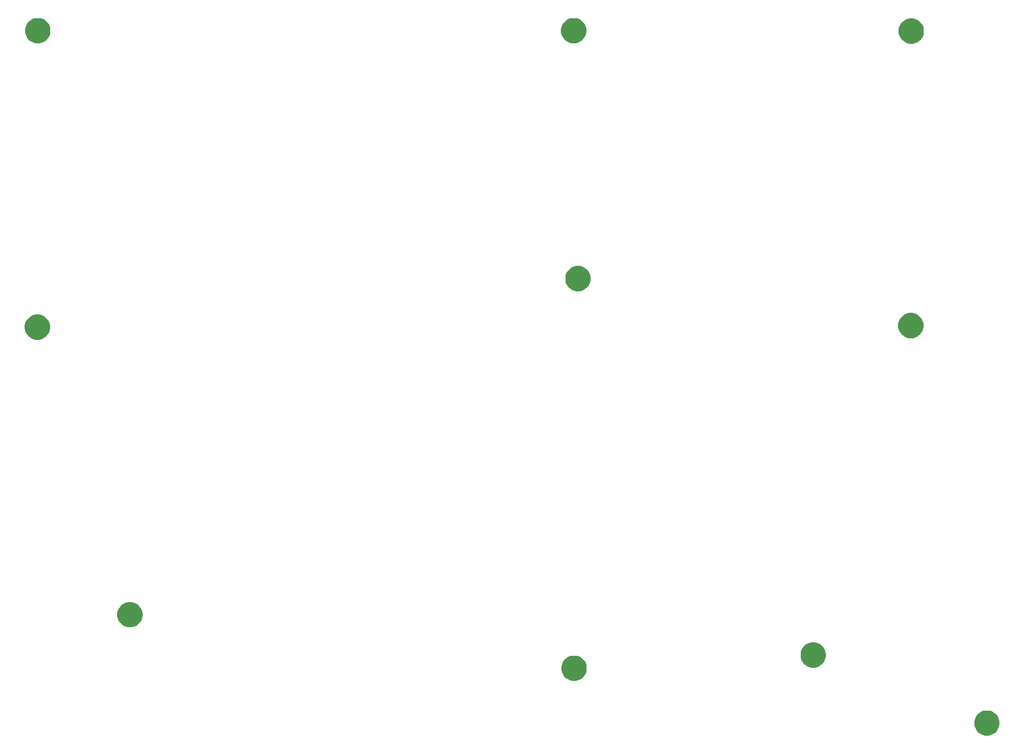
<source format=gbr>
G04 #@! TF.GenerationSoftware,KiCad,Pcbnew,(5.0.2)-1*
G04 #@! TF.CreationDate,2020-01-03T19:40:23+05:30*
G04 #@! TF.ProjectId,ergocape,6572676f-6361-4706-952e-6b696361645f,rev?*
G04 #@! TF.SameCoordinates,Original*
G04 #@! TF.FileFunction,Soldermask,Bot*
G04 #@! TF.FilePolarity,Negative*
%FSLAX46Y46*%
G04 Gerber Fmt 4.6, Leading zero omitted, Abs format (unit mm)*
G04 Created by KiCad (PCBNEW (5.0.2)-1) date 1/3/2020 7:40:23 PM*
%MOMM*%
%LPD*%
G01*
G04 APERTURE LIST*
%ADD10C,0.100000*%
G04 APERTURE END LIST*
D10*
G36*
X180049252Y-130742818D02*
X180049254Y-130742819D01*
X180049255Y-130742819D01*
X180422513Y-130897427D01*
X180422514Y-130897428D01*
X180758439Y-131121886D01*
X181044114Y-131407561D01*
X181044116Y-131407564D01*
X181268573Y-131743487D01*
X181423181Y-132116745D01*
X181502000Y-132512994D01*
X181502000Y-132917006D01*
X181423181Y-133313255D01*
X181268573Y-133686513D01*
X181268572Y-133686514D01*
X181044114Y-134022439D01*
X180758439Y-134308114D01*
X180758436Y-134308116D01*
X180422513Y-134532573D01*
X180049255Y-134687181D01*
X180049254Y-134687181D01*
X180049252Y-134687182D01*
X179653007Y-134766000D01*
X179248993Y-134766000D01*
X178852748Y-134687182D01*
X178852746Y-134687181D01*
X178852745Y-134687181D01*
X178479487Y-134532573D01*
X178143564Y-134308116D01*
X178143561Y-134308114D01*
X177857886Y-134022439D01*
X177633428Y-133686514D01*
X177633427Y-133686513D01*
X177478819Y-133313255D01*
X177400000Y-132917006D01*
X177400000Y-132512994D01*
X177478819Y-132116745D01*
X177633427Y-131743487D01*
X177857884Y-131407564D01*
X177857886Y-131407561D01*
X178143561Y-131121886D01*
X178479486Y-130897428D01*
X178479487Y-130897427D01*
X178852745Y-130742819D01*
X178852746Y-130742819D01*
X178852748Y-130742818D01*
X179248993Y-130664000D01*
X179653007Y-130664000D01*
X180049252Y-130742818D01*
X180049252Y-130742818D01*
G37*
G36*
X113183752Y-121852818D02*
X113183754Y-121852819D01*
X113183755Y-121852819D01*
X113557013Y-122007427D01*
X113557014Y-122007428D01*
X113892939Y-122231886D01*
X114178614Y-122517561D01*
X114178616Y-122517564D01*
X114403073Y-122853487D01*
X114557681Y-123226745D01*
X114557682Y-123226748D01*
X114636500Y-123622993D01*
X114636500Y-124027006D01*
X114557681Y-124423255D01*
X114403073Y-124796513D01*
X114403072Y-124796514D01*
X114178614Y-125132439D01*
X113892939Y-125418114D01*
X113892936Y-125418116D01*
X113557013Y-125642573D01*
X113183755Y-125797181D01*
X113183754Y-125797181D01*
X113183752Y-125797182D01*
X112787507Y-125876000D01*
X112383493Y-125876000D01*
X111987248Y-125797182D01*
X111987246Y-125797181D01*
X111987245Y-125797181D01*
X111613987Y-125642573D01*
X111278064Y-125418116D01*
X111278061Y-125418114D01*
X110992386Y-125132439D01*
X110767928Y-124796514D01*
X110767927Y-124796513D01*
X110613319Y-124423255D01*
X110534500Y-124027006D01*
X110534500Y-123622993D01*
X110613318Y-123226748D01*
X110613319Y-123226745D01*
X110767927Y-122853487D01*
X110992384Y-122517564D01*
X110992386Y-122517561D01*
X111278061Y-122231886D01*
X111613986Y-122007428D01*
X111613987Y-122007427D01*
X111987245Y-121852819D01*
X111987246Y-121852819D01*
X111987248Y-121852818D01*
X112383493Y-121774000D01*
X112787507Y-121774000D01*
X113183752Y-121852818D01*
X113183752Y-121852818D01*
G37*
G36*
X151918752Y-119693818D02*
X151918754Y-119693819D01*
X151918755Y-119693819D01*
X152292013Y-119848427D01*
X152292014Y-119848428D01*
X152627939Y-120072886D01*
X152913614Y-120358561D01*
X152913616Y-120358564D01*
X153138073Y-120694487D01*
X153292681Y-121067745D01*
X153292682Y-121067748D01*
X153371500Y-121463993D01*
X153371500Y-121868007D01*
X153343768Y-122007427D01*
X153292681Y-122264255D01*
X153138073Y-122637513D01*
X152916643Y-122968905D01*
X152913614Y-122973439D01*
X152627939Y-123259114D01*
X152627936Y-123259116D01*
X152292013Y-123483573D01*
X151918755Y-123638181D01*
X151918754Y-123638181D01*
X151918752Y-123638182D01*
X151522507Y-123717000D01*
X151118493Y-123717000D01*
X150722248Y-123638182D01*
X150722246Y-123638181D01*
X150722245Y-123638181D01*
X150348987Y-123483573D01*
X150013064Y-123259116D01*
X150013061Y-123259114D01*
X149727386Y-122973439D01*
X149724357Y-122968905D01*
X149502927Y-122637513D01*
X149348319Y-122264255D01*
X149297233Y-122007427D01*
X149269500Y-121868007D01*
X149269500Y-121463993D01*
X149348318Y-121067748D01*
X149348319Y-121067745D01*
X149502927Y-120694487D01*
X149727384Y-120358564D01*
X149727386Y-120358561D01*
X150013061Y-120072886D01*
X150348986Y-119848428D01*
X150348987Y-119848427D01*
X150722245Y-119693819D01*
X150722246Y-119693819D01*
X150722248Y-119693818D01*
X151118493Y-119615000D01*
X151522507Y-119615000D01*
X151918752Y-119693818D01*
X151918752Y-119693818D01*
G37*
G36*
X41238252Y-113153318D02*
X41238254Y-113153319D01*
X41238255Y-113153319D01*
X41611513Y-113307927D01*
X41611514Y-113307928D01*
X41947439Y-113532386D01*
X42233114Y-113818061D01*
X42233116Y-113818064D01*
X42457573Y-114153987D01*
X42612181Y-114527245D01*
X42691000Y-114923494D01*
X42691000Y-115327506D01*
X42612181Y-115723755D01*
X42457573Y-116097013D01*
X42457572Y-116097014D01*
X42233114Y-116432939D01*
X41947439Y-116718614D01*
X41947436Y-116718616D01*
X41611513Y-116943073D01*
X41238255Y-117097681D01*
X41238254Y-117097681D01*
X41238252Y-117097682D01*
X40842007Y-117176500D01*
X40437993Y-117176500D01*
X40041748Y-117097682D01*
X40041746Y-117097681D01*
X40041745Y-117097681D01*
X39668487Y-116943073D01*
X39332564Y-116718616D01*
X39332561Y-116718614D01*
X39046886Y-116432939D01*
X38822428Y-116097014D01*
X38822427Y-116097013D01*
X38667819Y-115723755D01*
X38589000Y-115327506D01*
X38589000Y-114923494D01*
X38667819Y-114527245D01*
X38822427Y-114153987D01*
X39046884Y-113818064D01*
X39046886Y-113818061D01*
X39332561Y-113532386D01*
X39668486Y-113307928D01*
X39668487Y-113307927D01*
X40041745Y-113153319D01*
X40041746Y-113153319D01*
X40041748Y-113153318D01*
X40437993Y-113074500D01*
X40842007Y-113074500D01*
X41238252Y-113153318D01*
X41238252Y-113153318D01*
G37*
G36*
X26252252Y-66544318D02*
X26252254Y-66544319D01*
X26252255Y-66544319D01*
X26625513Y-66698927D01*
X26625514Y-66698928D01*
X26961439Y-66923386D01*
X27247114Y-67209061D01*
X27247116Y-67209064D01*
X27471573Y-67544987D01*
X27520971Y-67664245D01*
X27626182Y-67918248D01*
X27705000Y-68314493D01*
X27705000Y-68718507D01*
X27676706Y-68860752D01*
X27626181Y-69114755D01*
X27471573Y-69488013D01*
X27250143Y-69819405D01*
X27247114Y-69823939D01*
X26961439Y-70109614D01*
X26961436Y-70109616D01*
X26625513Y-70334073D01*
X26252255Y-70488681D01*
X26252254Y-70488681D01*
X26252252Y-70488682D01*
X25856007Y-70567500D01*
X25451993Y-70567500D01*
X25055748Y-70488682D01*
X25055746Y-70488681D01*
X25055745Y-70488681D01*
X24682487Y-70334073D01*
X24346564Y-70109616D01*
X24346561Y-70109614D01*
X24060886Y-69823939D01*
X24057857Y-69819405D01*
X23836427Y-69488013D01*
X23681819Y-69114755D01*
X23631295Y-68860752D01*
X23603000Y-68718507D01*
X23603000Y-68314493D01*
X23681818Y-67918248D01*
X23787029Y-67664245D01*
X23836427Y-67544987D01*
X24060884Y-67209064D01*
X24060886Y-67209061D01*
X24346561Y-66923386D01*
X24682486Y-66698928D01*
X24682487Y-66698927D01*
X25055745Y-66544319D01*
X25055746Y-66544319D01*
X25055748Y-66544318D01*
X25451993Y-66465500D01*
X25856007Y-66465500D01*
X26252252Y-66544318D01*
X26252252Y-66544318D01*
G37*
G36*
X167730252Y-66290318D02*
X167730254Y-66290319D01*
X167730255Y-66290319D01*
X168103513Y-66444927D01*
X168252262Y-66544318D01*
X168439439Y-66669386D01*
X168725114Y-66955061D01*
X168725116Y-66955064D01*
X168949573Y-67290987D01*
X169054782Y-67544986D01*
X169104182Y-67664248D01*
X169183000Y-68060493D01*
X169183000Y-68464506D01*
X169104181Y-68860755D01*
X168949573Y-69234013D01*
X168949572Y-69234014D01*
X168725114Y-69569939D01*
X168439439Y-69855614D01*
X168439436Y-69855616D01*
X168103513Y-70080073D01*
X167730255Y-70234681D01*
X167730254Y-70234681D01*
X167730252Y-70234682D01*
X167334007Y-70313500D01*
X166929993Y-70313500D01*
X166533748Y-70234682D01*
X166533746Y-70234681D01*
X166533745Y-70234681D01*
X166160487Y-70080073D01*
X165824564Y-69855616D01*
X165824561Y-69855614D01*
X165538886Y-69569939D01*
X165314428Y-69234014D01*
X165314427Y-69234013D01*
X165159819Y-68860755D01*
X165081000Y-68464506D01*
X165081000Y-68060493D01*
X165159818Y-67664248D01*
X165209218Y-67544986D01*
X165314427Y-67290987D01*
X165538884Y-66955064D01*
X165538886Y-66955061D01*
X165824561Y-66669386D01*
X166011738Y-66544318D01*
X166160487Y-66444927D01*
X166533745Y-66290319D01*
X166533746Y-66290319D01*
X166533748Y-66290318D01*
X166929993Y-66211500D01*
X167334007Y-66211500D01*
X167730252Y-66290318D01*
X167730252Y-66290318D01*
G37*
G36*
X113818752Y-58670318D02*
X113818754Y-58670319D01*
X113818755Y-58670319D01*
X114192013Y-58824927D01*
X114192014Y-58824928D01*
X114527939Y-59049386D01*
X114813614Y-59335061D01*
X114813616Y-59335064D01*
X115038073Y-59670987D01*
X115192681Y-60044245D01*
X115271500Y-60440494D01*
X115271500Y-60844506D01*
X115192681Y-61240755D01*
X115038073Y-61614013D01*
X115038072Y-61614014D01*
X114813614Y-61949939D01*
X114527939Y-62235614D01*
X114527936Y-62235616D01*
X114192013Y-62460073D01*
X113818755Y-62614681D01*
X113818754Y-62614681D01*
X113818752Y-62614682D01*
X113422507Y-62693500D01*
X113018493Y-62693500D01*
X112622248Y-62614682D01*
X112622246Y-62614681D01*
X112622245Y-62614681D01*
X112248987Y-62460073D01*
X111913064Y-62235616D01*
X111913061Y-62235614D01*
X111627386Y-61949939D01*
X111402928Y-61614014D01*
X111402927Y-61614013D01*
X111248319Y-61240755D01*
X111169500Y-60844506D01*
X111169500Y-60440494D01*
X111248319Y-60044245D01*
X111402927Y-59670987D01*
X111627384Y-59335064D01*
X111627386Y-59335061D01*
X111913061Y-59049386D01*
X112248986Y-58824928D01*
X112248987Y-58824927D01*
X112622245Y-58670319D01*
X112622246Y-58670319D01*
X112622248Y-58670318D01*
X113018493Y-58591500D01*
X113422507Y-58591500D01*
X113818752Y-58670318D01*
X113818752Y-58670318D01*
G37*
G36*
X167793752Y-18538318D02*
X167793754Y-18538319D01*
X167793755Y-18538319D01*
X168167013Y-18692927D01*
X168167014Y-18692928D01*
X168502939Y-18917386D01*
X168788614Y-19203061D01*
X168788616Y-19203064D01*
X169013073Y-19538987D01*
X169167681Y-19912245D01*
X169246500Y-20308494D01*
X169246500Y-20712506D01*
X169167681Y-21108755D01*
X169013073Y-21482013D01*
X169013072Y-21482014D01*
X168788614Y-21817939D01*
X168502939Y-22103614D01*
X168502936Y-22103616D01*
X168167013Y-22328073D01*
X167793755Y-22482681D01*
X167793754Y-22482681D01*
X167793752Y-22482682D01*
X167397507Y-22561500D01*
X166993493Y-22561500D01*
X166597248Y-22482682D01*
X166597246Y-22482681D01*
X166597245Y-22482681D01*
X166223987Y-22328073D01*
X165888064Y-22103616D01*
X165888061Y-22103614D01*
X165602386Y-21817939D01*
X165377928Y-21482014D01*
X165377927Y-21482013D01*
X165223319Y-21108755D01*
X165144500Y-20712506D01*
X165144500Y-20308494D01*
X165223319Y-19912245D01*
X165377927Y-19538987D01*
X165602384Y-19203064D01*
X165602386Y-19203061D01*
X165888061Y-18917386D01*
X166223986Y-18692928D01*
X166223987Y-18692927D01*
X166597245Y-18538319D01*
X166597246Y-18538319D01*
X166597248Y-18538318D01*
X166993493Y-18459500D01*
X167397507Y-18459500D01*
X167793752Y-18538318D01*
X167793752Y-18538318D01*
G37*
G36*
X113120252Y-18474818D02*
X113120254Y-18474819D01*
X113120255Y-18474819D01*
X113493513Y-18629427D01*
X113824905Y-18850857D01*
X113829439Y-18853886D01*
X114115114Y-19139561D01*
X114115116Y-19139564D01*
X114339573Y-19475487D01*
X114494181Y-19848745D01*
X114573000Y-20244994D01*
X114573000Y-20649006D01*
X114494181Y-21045255D01*
X114339573Y-21418513D01*
X114297143Y-21482014D01*
X114115114Y-21754439D01*
X113829439Y-22040114D01*
X113829436Y-22040116D01*
X113493513Y-22264573D01*
X113120255Y-22419181D01*
X113120254Y-22419181D01*
X113120252Y-22419182D01*
X112724007Y-22498000D01*
X112319993Y-22498000D01*
X111923748Y-22419182D01*
X111923746Y-22419181D01*
X111923745Y-22419181D01*
X111550487Y-22264573D01*
X111214564Y-22040116D01*
X111214561Y-22040114D01*
X110928886Y-21754439D01*
X110746857Y-21482014D01*
X110704427Y-21418513D01*
X110549819Y-21045255D01*
X110471000Y-20649006D01*
X110471000Y-20244994D01*
X110549819Y-19848745D01*
X110704427Y-19475487D01*
X110928884Y-19139564D01*
X110928886Y-19139561D01*
X111214561Y-18853886D01*
X111219095Y-18850857D01*
X111550487Y-18629427D01*
X111923745Y-18474819D01*
X111923746Y-18474819D01*
X111923748Y-18474818D01*
X112319993Y-18396000D01*
X112724007Y-18396000D01*
X113120252Y-18474818D01*
X113120252Y-18474818D01*
G37*
G36*
X26315752Y-18474818D02*
X26315754Y-18474819D01*
X26315755Y-18474819D01*
X26689013Y-18629427D01*
X27020405Y-18850857D01*
X27024939Y-18853886D01*
X27310614Y-19139561D01*
X27310616Y-19139564D01*
X27535073Y-19475487D01*
X27689681Y-19848745D01*
X27768500Y-20244994D01*
X27768500Y-20649006D01*
X27689681Y-21045255D01*
X27535073Y-21418513D01*
X27492643Y-21482014D01*
X27310614Y-21754439D01*
X27024939Y-22040114D01*
X27024936Y-22040116D01*
X26689013Y-22264573D01*
X26315755Y-22419181D01*
X26315754Y-22419181D01*
X26315752Y-22419182D01*
X25919507Y-22498000D01*
X25515493Y-22498000D01*
X25119248Y-22419182D01*
X25119246Y-22419181D01*
X25119245Y-22419181D01*
X24745987Y-22264573D01*
X24410064Y-22040116D01*
X24410061Y-22040114D01*
X24124386Y-21754439D01*
X23942357Y-21482014D01*
X23899927Y-21418513D01*
X23745319Y-21045255D01*
X23666500Y-20649006D01*
X23666500Y-20244994D01*
X23745319Y-19848745D01*
X23899927Y-19475487D01*
X24124384Y-19139564D01*
X24124386Y-19139561D01*
X24410061Y-18853886D01*
X24414595Y-18850857D01*
X24745987Y-18629427D01*
X25119245Y-18474819D01*
X25119246Y-18474819D01*
X25119248Y-18474818D01*
X25515493Y-18396000D01*
X25919507Y-18396000D01*
X26315752Y-18474818D01*
X26315752Y-18474818D01*
G37*
M02*

</source>
